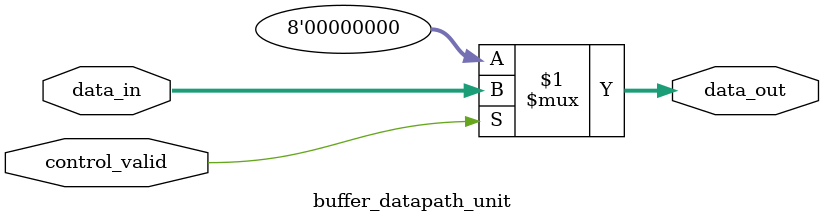
<source format=sv>
module transparent_buffer #(
    parameter DATA_WIDTH = 8
)(
    input wire [DATA_WIDTH-1:0] data_in,
    input wire enable,
    output wire [DATA_WIDTH-1:0] data_out
);
    // Internal signals
    wire control_valid;
    
    // Instantiate enhanced control logic submodule
    buffer_control_unit control_unit (
        .enable(enable),
        .control_valid(control_valid)
    );
    
    // Instantiate optimized data path submodule
    buffer_datapath_unit #(
        .WIDTH(DATA_WIDTH)
    ) data_unit (
        .data_in(data_in),
        .control_valid(control_valid),
        .data_out(data_out)
    );
    
endmodule

// Enhanced control logic submodule
module buffer_control_unit (
    input wire enable,
    output wire control_valid
);
    // Direct assignment for minimal delay
    assign control_valid = enable;
    
endmodule

// Optimized data path submodule with parameterized width
module buffer_datapath_unit #(
    parameter WIDTH = 8
)(
    input wire [WIDTH-1:0] data_in,
    input wire control_valid,
    output wire [WIDTH-1:0] data_out
);
    // Using continuous assignment for better timing
    assign data_out = control_valid ? data_in : {WIDTH{1'b0}};
    
endmodule
</source>
